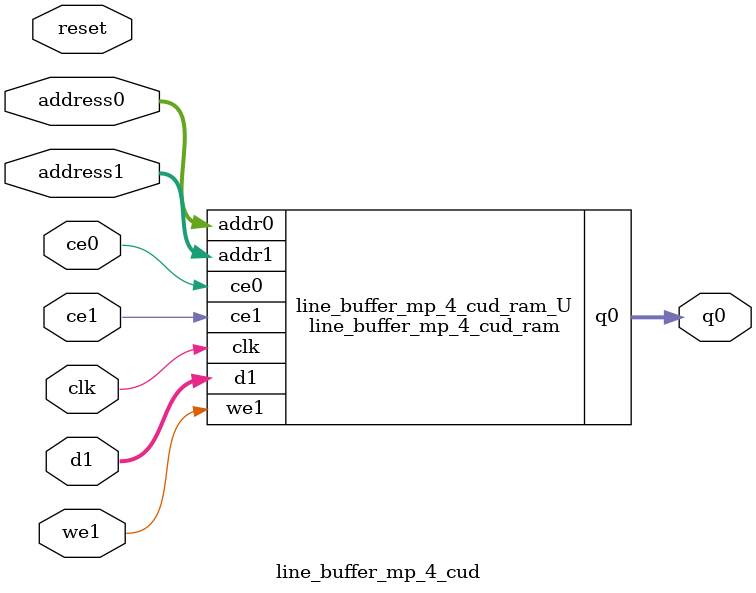
<source format=v>

`timescale 1 ns / 1 ps
module line_buffer_mp_4_cud_ram (addr0, ce0, q0, addr1, ce1, d1, we1,  clk);

parameter DWIDTH = 16;
parameter AWIDTH = 12;
parameter MEM_SIZE = 2944;

input[AWIDTH-1:0] addr0;
input ce0;
output reg[DWIDTH-1:0] q0;
input[AWIDTH-1:0] addr1;
input ce1;
input[DWIDTH-1:0] d1;
input we1;
input clk;

(* ram_style = "block" *)reg [DWIDTH-1:0] ram[0:MEM_SIZE-1];




always @(posedge clk)  
begin 
    if (ce0) 
    begin
            q0 <= ram[addr0];
    end
end


always @(posedge clk)  
begin 
    if (ce1) 
    begin
        if (we1) 
        begin 
            ram[addr1] <= d1; 
        end 
    end
end


endmodule


`timescale 1 ns / 1 ps
module line_buffer_mp_4_cud(
    reset,
    clk,
    address0,
    ce0,
    q0,
    address1,
    ce1,
    we1,
    d1);

parameter DataWidth = 32'd16;
parameter AddressRange = 32'd2944;
parameter AddressWidth = 32'd12;
input reset;
input clk;
input[AddressWidth - 1:0] address0;
input ce0;
output[DataWidth - 1:0] q0;
input[AddressWidth - 1:0] address1;
input ce1;
input we1;
input[DataWidth - 1:0] d1;



line_buffer_mp_4_cud_ram line_buffer_mp_4_cud_ram_U(
    .clk( clk ),
    .addr0( address0 ),
    .ce0( ce0 ),
    .q0( q0 ),
    .addr1( address1 ),
    .ce1( ce1 ),
    .d1( d1 ),
    .we1( we1 ));

endmodule


</source>
